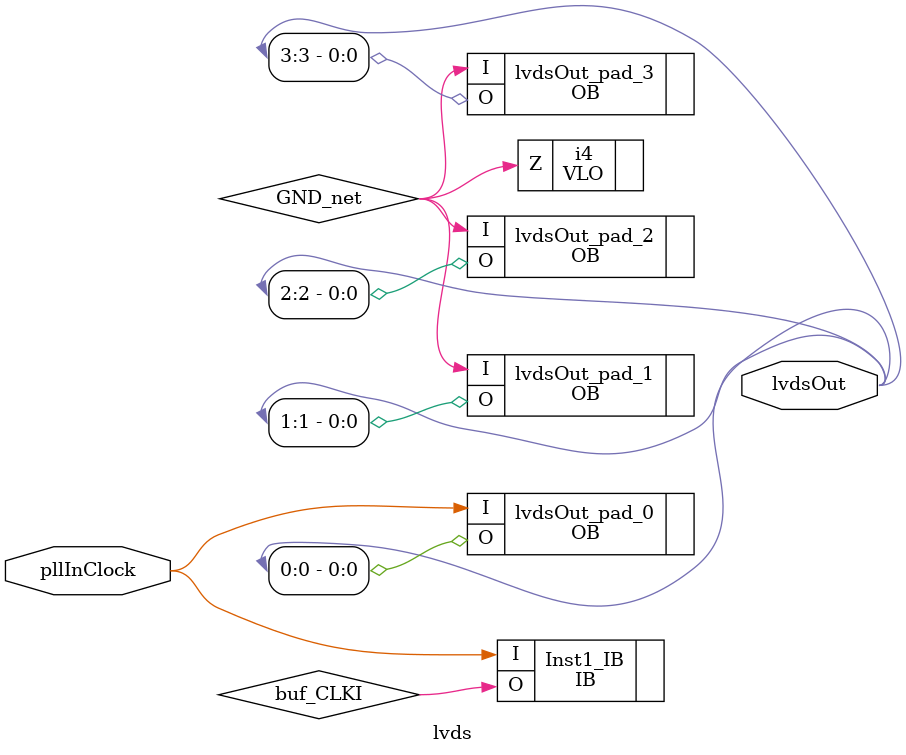
<source format=v>

module lvds (pllInClock, lvdsOut) /* synthesis syn_module_defined=1 */ ;   // c:/users/borna/documents/projects/fpga/blink/blink.v(12[8:12])
    input pllInClock /* synthesis black_box_pad_pin=1 */ ;   // c:/users/borna/documents/projects/fpga/blink/blink.v(12[19:29])
    output [3:0]lvdsOut;   // c:/users/borna/documents/projects/fpga/blink/blink.v(12[44:51])
    
    
    wire GND_net, VCC_net, buf_CLKI;
    
    OB lvdsOut_pad_0 (.I(pllInClock), .O(lvdsOut[0]));   // c:/users/borna/documents/projects/fpga/blink/blink.v(12[44:51])
    VHI i14 (.Z(VCC_net));
    OB lvdsOut_pad_3 (.I(GND_net), .O(lvdsOut[3]));   // c:/users/borna/documents/projects/fpga/blink/blink.v(12[44:51])
    OB lvdsOut_pad_1 (.I(GND_net), .O(lvdsOut[1]));   // c:/users/borna/documents/projects/fpga/blink/blink.v(12[44:51])
    OB lvdsOut_pad_2 (.I(GND_net), .O(lvdsOut[2]));   // c:/users/borna/documents/projects/fpga/blink/blink.v(12[44:51])
    IB Inst1_IB (.I(pllInClock), .O(buf_CLKI)) /* synthesis IO_TYPE="LVCMOS33", syn_instantiated=1, LSE_LINE_FILE_ID=3, LSE_LCOL=9, LSE_RCOL=44, LSE_LLINE=15, LSE_RLINE=15 */ ;   // c:/users/borna/documents/projects/fpga/blink/pll/lvdsclk/lvdsclk.v(20[8:41])
    GSR GSR_INST (.GSR(VCC_net));
    VLO i4 (.Z(GND_net));
    PUR PUR_INST (.PUR(VCC_net));
    defparam PUR_INST.RST_PULSE = 1;
    
endmodule
//
// Verilog Description of module PUR
// module not written out since it is a black-box. 
//


</source>
